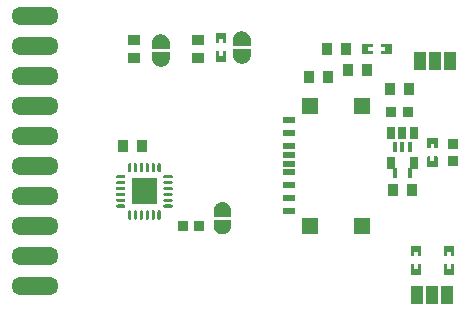
<source format=gbp>
G04 Layer: BottomPasteMaskLayer*
G04 EasyEDA v6.5.47, 2024-10-09 00:53:15*
G04 5ec392d24d9d47da98b20392d8b9c800,a18d025d90d848418757c69f2d6d6cc0,10*
G04 Gerber Generator version 0.2*
G04 Scale: 100 percent, Rotated: No, Reflected: No *
G04 Dimensions in millimeters *
G04 leading zeros omitted , absolute positions ,4 integer and 5 decimal *
%FSLAX45Y45*%
%MOMM*%

%AMMACRO1*21,1,$1,$2,0,0,$3*%
%ADD10MACRO1,1X1.5X0.0000*%
%ADD11MACRO1,0.8128X1.0922X0.0000*%
%ADD12MACRO1,0.8128X1.0922X90.0000*%
%ADD13MACRO1,0.8128X1.0922X-90.0000*%
%ADD14MACRO1,0.8X0.9X0.0000*%
%ADD15MACRO1,0.8X0.9X90.0000*%
%ADD16MACRO1,1.1X0.6X90.0000*%
%ADD17MACRO1,0.4X0.9X0.0000*%
%ADD18MACRO1,0.5X1X90.0000*%
%ADD19MACRO1,1.3X1.4X90.0000*%
%ADD20O,3.9999919999999998X1.499997*%
%ADD21O,0.011X1.499997*%

%LPD*%
G36*
X1776120Y-732993D02*
G01*
X1771091Y-738022D01*
X1771091Y-817981D01*
X1776120Y-823010D01*
X1856079Y-823010D01*
X1861108Y-817981D01*
X1861108Y-738022D01*
X1856079Y-732993D01*
X1831898Y-732993D01*
X1831898Y-770026D01*
X1798878Y-770026D01*
X1798878Y-732993D01*
G37*
G36*
X1776120Y-573989D02*
G01*
X1771091Y-579018D01*
X1771091Y-658977D01*
X1776120Y-664006D01*
X1800301Y-664006D01*
X1800301Y-626973D01*
X1833321Y-626973D01*
X1833321Y-664006D01*
X1856079Y-664006D01*
X1861108Y-658977D01*
X1861108Y-579018D01*
X1856079Y-573989D01*
G37*
G36*
X3176422Y-666191D02*
G01*
X3171393Y-671220D01*
X3171393Y-695401D01*
X3208375Y-695401D01*
X3208375Y-728421D01*
X3171393Y-728421D01*
X3171393Y-751179D01*
X3176422Y-756208D01*
X3256381Y-756208D01*
X3261410Y-751179D01*
X3261410Y-671220D01*
X3256381Y-666191D01*
G37*
G36*
X3017418Y-666191D02*
G01*
X3012389Y-671220D01*
X3012389Y-751179D01*
X3017418Y-756208D01*
X3097377Y-756208D01*
X3102406Y-751179D01*
X3102406Y-726998D01*
X3065424Y-726998D01*
X3065424Y-693978D01*
X3102406Y-693978D01*
X3102406Y-671220D01*
X3097377Y-666191D01*
G37*
G36*
X3566820Y-1462989D02*
G01*
X3561791Y-1468018D01*
X3561791Y-1547977D01*
X3566820Y-1553006D01*
X3591001Y-1553006D01*
X3591001Y-1515973D01*
X3624021Y-1515973D01*
X3624021Y-1553006D01*
X3646779Y-1553006D01*
X3651808Y-1547977D01*
X3651808Y-1468018D01*
X3646779Y-1462989D01*
G37*
G36*
X3566820Y-1621993D02*
G01*
X3561791Y-1627022D01*
X3561791Y-1706981D01*
X3566820Y-1712010D01*
X3646779Y-1712010D01*
X3651808Y-1706981D01*
X3651808Y-1627022D01*
X3646779Y-1621993D01*
X3622598Y-1621993D01*
X3622598Y-1659026D01*
X3589578Y-1659026D01*
X3589578Y-1621993D01*
G37*
G36*
X3706520Y-2536393D02*
G01*
X3701491Y-2541422D01*
X3701491Y-2621381D01*
X3706520Y-2626410D01*
X3786479Y-2626410D01*
X3791508Y-2621381D01*
X3791508Y-2541422D01*
X3786479Y-2536393D01*
X3762298Y-2536393D01*
X3762298Y-2573426D01*
X3729278Y-2573426D01*
X3729278Y-2536393D01*
G37*
G36*
X3706520Y-2377389D02*
G01*
X3701491Y-2382418D01*
X3701491Y-2462377D01*
X3706520Y-2467406D01*
X3730701Y-2467406D01*
X3730701Y-2430373D01*
X3763721Y-2430373D01*
X3763721Y-2467406D01*
X3786479Y-2467406D01*
X3791508Y-2462377D01*
X3791508Y-2382418D01*
X3786479Y-2377389D01*
G37*
G36*
X3427120Y-2536393D02*
G01*
X3422091Y-2541422D01*
X3422091Y-2621381D01*
X3427120Y-2626410D01*
X3507079Y-2626410D01*
X3512108Y-2621381D01*
X3512108Y-2541422D01*
X3507079Y-2536393D01*
X3482898Y-2536393D01*
X3482898Y-2573426D01*
X3449878Y-2573426D01*
X3449878Y-2536393D01*
G37*
G36*
X3427120Y-2377389D02*
G01*
X3422091Y-2382418D01*
X3422091Y-2462377D01*
X3427120Y-2467406D01*
X3451301Y-2467406D01*
X3451301Y-2430373D01*
X3484321Y-2430373D01*
X3484321Y-2467406D01*
X3507079Y-2467406D01*
X3512108Y-2462377D01*
X3512108Y-2382418D01*
X3507079Y-2377389D01*
G37*
G36*
X1043381Y-2077720D02*
G01*
X1040079Y-2078126D01*
X1036878Y-2079294D01*
X1034135Y-2081225D01*
X1032916Y-2082393D01*
X1030986Y-2085187D01*
X1029817Y-2088337D01*
X1029411Y-2091689D01*
X1029512Y-2145385D01*
X1030325Y-2148687D01*
X1030986Y-2150211D01*
X1032916Y-2153005D01*
X1035456Y-2155240D01*
X1038453Y-2156764D01*
X1041704Y-2157577D01*
X1045108Y-2157577D01*
X1048359Y-2156764D01*
X1051356Y-2155240D01*
X1053896Y-2153005D01*
X1055827Y-2150211D01*
X1056995Y-2147062D01*
X1057402Y-2143709D01*
X1057300Y-2090013D01*
X1056487Y-2086711D01*
X1055827Y-2085187D01*
X1053896Y-2082393D01*
X1051356Y-2080158D01*
X1048359Y-2078634D01*
X1045108Y-2077821D01*
G37*
G36*
X1093419Y-2077720D02*
G01*
X1090066Y-2078126D01*
X1086866Y-2079294D01*
X1084122Y-2081225D01*
X1082903Y-2082393D01*
X1080973Y-2085187D01*
X1079804Y-2088337D01*
X1079398Y-2091689D01*
X1079500Y-2145385D01*
X1080312Y-2148687D01*
X1080973Y-2150211D01*
X1082903Y-2153005D01*
X1085443Y-2155240D01*
X1088440Y-2156764D01*
X1091692Y-2157577D01*
X1095095Y-2157577D01*
X1098346Y-2156764D01*
X1101344Y-2155240D01*
X1103884Y-2153005D01*
X1105814Y-2150211D01*
X1106982Y-2147062D01*
X1107389Y-2143709D01*
X1107287Y-2090013D01*
X1106474Y-2086711D01*
X1105814Y-2085187D01*
X1103884Y-2082393D01*
X1101344Y-2080158D01*
X1098346Y-2078634D01*
X1095095Y-2077821D01*
G37*
G36*
X1143406Y-2077720D02*
G01*
X1140053Y-2078126D01*
X1136904Y-2079294D01*
X1134110Y-2081225D01*
X1131874Y-2083765D01*
X1130300Y-2086711D01*
X1129487Y-2090013D01*
X1129385Y-2143709D01*
X1129792Y-2147062D01*
X1131011Y-2150211D01*
X1132941Y-2153005D01*
X1135430Y-2155240D01*
X1138428Y-2156764D01*
X1141730Y-2157577D01*
X1145082Y-2157577D01*
X1148384Y-2156764D01*
X1151382Y-2155240D01*
X1153871Y-2153005D01*
X1155801Y-2150211D01*
X1157020Y-2147062D01*
X1157427Y-2143709D01*
X1157325Y-2090013D01*
X1156512Y-2086711D01*
X1154938Y-2083765D01*
X1152702Y-2081225D01*
X1149908Y-2079294D01*
X1146759Y-2078126D01*
G37*
G36*
X1193393Y-2077720D02*
G01*
X1190040Y-2078126D01*
X1186891Y-2079294D01*
X1184097Y-2081225D01*
X1181862Y-2083765D01*
X1180287Y-2086711D01*
X1179474Y-2090013D01*
X1179372Y-2143709D01*
X1179779Y-2147062D01*
X1180998Y-2150211D01*
X1182928Y-2153005D01*
X1185418Y-2155240D01*
X1188415Y-2156764D01*
X1191717Y-2157577D01*
X1195070Y-2157577D01*
X1198372Y-2156764D01*
X1201369Y-2155240D01*
X1203858Y-2153005D01*
X1205788Y-2150211D01*
X1207008Y-2147062D01*
X1207414Y-2143709D01*
X1207312Y-2090013D01*
X1206500Y-2086711D01*
X1204925Y-2083765D01*
X1202690Y-2081225D01*
X1199896Y-2079294D01*
X1196746Y-2078126D01*
G37*
G36*
X1243380Y-2077720D02*
G01*
X1240078Y-2078126D01*
X1236878Y-2079294D01*
X1234135Y-2081225D01*
X1232916Y-2082393D01*
X1230985Y-2085187D01*
X1229817Y-2088337D01*
X1229410Y-2091689D01*
X1229512Y-2145385D01*
X1230325Y-2148687D01*
X1230985Y-2150211D01*
X1232916Y-2153005D01*
X1235456Y-2155240D01*
X1238453Y-2156764D01*
X1241704Y-2157577D01*
X1245108Y-2157577D01*
X1248359Y-2156764D01*
X1251356Y-2155240D01*
X1253896Y-2153005D01*
X1255826Y-2150211D01*
X1256995Y-2147062D01*
X1257401Y-2143709D01*
X1257300Y-2090013D01*
X1256487Y-2086711D01*
X1255826Y-2085187D01*
X1253896Y-2082393D01*
X1251356Y-2080158D01*
X1248359Y-2078634D01*
X1245108Y-2077821D01*
G37*
G36*
X1293418Y-2077720D02*
G01*
X1290066Y-2078126D01*
X1286865Y-2079294D01*
X1284122Y-2081225D01*
X1282903Y-2082393D01*
X1280972Y-2085187D01*
X1279804Y-2088337D01*
X1279398Y-2091689D01*
X1279499Y-2145385D01*
X1280312Y-2148687D01*
X1280972Y-2150211D01*
X1282903Y-2153005D01*
X1285443Y-2155240D01*
X1288440Y-2156764D01*
X1291691Y-2157577D01*
X1295095Y-2157577D01*
X1298346Y-2156764D01*
X1301343Y-2155240D01*
X1303883Y-2153005D01*
X1305814Y-2150211D01*
X1306982Y-2147062D01*
X1307388Y-2143709D01*
X1307287Y-2090013D01*
X1306474Y-2086711D01*
X1305814Y-2085187D01*
X1303883Y-2082393D01*
X1301343Y-2080158D01*
X1298346Y-2078634D01*
X1295095Y-2077821D01*
G37*
G36*
X1342390Y-2027885D02*
G01*
X1339037Y-2028291D01*
X1335887Y-2029510D01*
X1333093Y-2031441D01*
X1330858Y-2033930D01*
X1329334Y-2036927D01*
X1328521Y-2040229D01*
X1328521Y-2043582D01*
X1329334Y-2046884D01*
X1330858Y-2049881D01*
X1333093Y-2052370D01*
X1335887Y-2054301D01*
X1339037Y-2055520D01*
X1342390Y-2055926D01*
X1396085Y-2055825D01*
X1399387Y-2055012D01*
X1402334Y-2053437D01*
X1404874Y-2051202D01*
X1406804Y-2048408D01*
X1407972Y-2045258D01*
X1408379Y-2041906D01*
X1407972Y-2038553D01*
X1406804Y-2035403D01*
X1404874Y-2032609D01*
X1402334Y-2030374D01*
X1399387Y-2028799D01*
X1396085Y-2027986D01*
G37*
G36*
X1342390Y-1978710D02*
G01*
X1339037Y-1979117D01*
X1335887Y-1980285D01*
X1333093Y-1982216D01*
X1330858Y-1984756D01*
X1329334Y-1987753D01*
X1328521Y-1991004D01*
X1328521Y-1994407D01*
X1329334Y-1997659D01*
X1330858Y-2000656D01*
X1333093Y-2003196D01*
X1335887Y-2005126D01*
X1339037Y-2006295D01*
X1342390Y-2006701D01*
X1396085Y-2006600D01*
X1399387Y-2005787D01*
X1400911Y-2005126D01*
X1403705Y-2003196D01*
X1405940Y-2000656D01*
X1407464Y-1997659D01*
X1408277Y-1994407D01*
X1408277Y-1991004D01*
X1407464Y-1987753D01*
X1405940Y-1984756D01*
X1403705Y-1982216D01*
X1400911Y-1980285D01*
X1397762Y-1979117D01*
X1394409Y-1978710D01*
G37*
G36*
X1342390Y-1928672D02*
G01*
X1339037Y-1929079D01*
X1335887Y-1930298D01*
X1333093Y-1932228D01*
X1330858Y-1934718D01*
X1329334Y-1937715D01*
X1328521Y-1941017D01*
X1328521Y-1944370D01*
X1329334Y-1947672D01*
X1330858Y-1950669D01*
X1333093Y-1953158D01*
X1335887Y-1955088D01*
X1339037Y-1956307D01*
X1342390Y-1956714D01*
X1396085Y-1956612D01*
X1399387Y-1955800D01*
X1402334Y-1954225D01*
X1404874Y-1951989D01*
X1406804Y-1949196D01*
X1407972Y-1946046D01*
X1408379Y-1942693D01*
X1407972Y-1939340D01*
X1406804Y-1936191D01*
X1404874Y-1933397D01*
X1402334Y-1931162D01*
X1399387Y-1929587D01*
X1396085Y-1928774D01*
G37*
G36*
X1342390Y-1878685D02*
G01*
X1339037Y-1879092D01*
X1335887Y-1880311D01*
X1333093Y-1882241D01*
X1330858Y-1884730D01*
X1329334Y-1887728D01*
X1328521Y-1891030D01*
X1328521Y-1894382D01*
X1329334Y-1897684D01*
X1330858Y-1900682D01*
X1333093Y-1903171D01*
X1335887Y-1905101D01*
X1339037Y-1906320D01*
X1342390Y-1906727D01*
X1396085Y-1906625D01*
X1399387Y-1905812D01*
X1402334Y-1904238D01*
X1404874Y-1902002D01*
X1406804Y-1899208D01*
X1407972Y-1896059D01*
X1408379Y-1892706D01*
X1407972Y-1889353D01*
X1406804Y-1886204D01*
X1404874Y-1883410D01*
X1402334Y-1881174D01*
X1399387Y-1879600D01*
X1396085Y-1878787D01*
G37*
G36*
X1342390Y-1828698D02*
G01*
X1339037Y-1829104D01*
X1335887Y-1830273D01*
X1333093Y-1832203D01*
X1330858Y-1834743D01*
X1329334Y-1837740D01*
X1328521Y-1840992D01*
X1328521Y-1844395D01*
X1329334Y-1847646D01*
X1330858Y-1850643D01*
X1333093Y-1853184D01*
X1335887Y-1855114D01*
X1339037Y-1856282D01*
X1342390Y-1856689D01*
X1396085Y-1856587D01*
X1399387Y-1855774D01*
X1400911Y-1855114D01*
X1403705Y-1853184D01*
X1405940Y-1850643D01*
X1407464Y-1847646D01*
X1408277Y-1844395D01*
X1408277Y-1840992D01*
X1407464Y-1837740D01*
X1405940Y-1834743D01*
X1403705Y-1832203D01*
X1400911Y-1830273D01*
X1397762Y-1829104D01*
X1394409Y-1828698D01*
G37*
G36*
X1342390Y-1778711D02*
G01*
X1339037Y-1779117D01*
X1335887Y-1780286D01*
X1333093Y-1782216D01*
X1330858Y-1784756D01*
X1329334Y-1787753D01*
X1328521Y-1791004D01*
X1328521Y-1794408D01*
X1329334Y-1797659D01*
X1330858Y-1800656D01*
X1333093Y-1803196D01*
X1335887Y-1805127D01*
X1339037Y-1806295D01*
X1342390Y-1806702D01*
X1396085Y-1806600D01*
X1399387Y-1805787D01*
X1400911Y-1805127D01*
X1403705Y-1803196D01*
X1405940Y-1800656D01*
X1407464Y-1797659D01*
X1408277Y-1794408D01*
X1408277Y-1791004D01*
X1407464Y-1787753D01*
X1405940Y-1784756D01*
X1403705Y-1782216D01*
X1400911Y-1780286D01*
X1397762Y-1779117D01*
X1394409Y-1778711D01*
G37*
G36*
X1293418Y-1677720D02*
G01*
X1290066Y-1678127D01*
X1286865Y-1679295D01*
X1284122Y-1681225D01*
X1282903Y-1682394D01*
X1280972Y-1685188D01*
X1279804Y-1688338D01*
X1279398Y-1691690D01*
X1279499Y-1745386D01*
X1280312Y-1748688D01*
X1280972Y-1750212D01*
X1282903Y-1753006D01*
X1285443Y-1755241D01*
X1288440Y-1756765D01*
X1291691Y-1757578D01*
X1295095Y-1757578D01*
X1298346Y-1756765D01*
X1301343Y-1755241D01*
X1303883Y-1753006D01*
X1305814Y-1750212D01*
X1306982Y-1747062D01*
X1307388Y-1743710D01*
X1307287Y-1690014D01*
X1306474Y-1686712D01*
X1305814Y-1685188D01*
X1303883Y-1682394D01*
X1301343Y-1680159D01*
X1298346Y-1678635D01*
X1295095Y-1677822D01*
G37*
G36*
X1243380Y-1677720D02*
G01*
X1240078Y-1678127D01*
X1236878Y-1679295D01*
X1234135Y-1681225D01*
X1232916Y-1682394D01*
X1230985Y-1685188D01*
X1229817Y-1688338D01*
X1229410Y-1691690D01*
X1229512Y-1745386D01*
X1230325Y-1748688D01*
X1230985Y-1750212D01*
X1232916Y-1753006D01*
X1235456Y-1755241D01*
X1238453Y-1756765D01*
X1241704Y-1757578D01*
X1245108Y-1757578D01*
X1248359Y-1756765D01*
X1251356Y-1755241D01*
X1253896Y-1753006D01*
X1255826Y-1750212D01*
X1256995Y-1747062D01*
X1257401Y-1743710D01*
X1257300Y-1690014D01*
X1256487Y-1686712D01*
X1255826Y-1685188D01*
X1253896Y-1682394D01*
X1251356Y-1680159D01*
X1248359Y-1678635D01*
X1245108Y-1677822D01*
G37*
G36*
X1193393Y-1677720D02*
G01*
X1190040Y-1678127D01*
X1186891Y-1679295D01*
X1184097Y-1681225D01*
X1181862Y-1683766D01*
X1180287Y-1686712D01*
X1179474Y-1690014D01*
X1179372Y-1743710D01*
X1179779Y-1747062D01*
X1180998Y-1750212D01*
X1182928Y-1753006D01*
X1185418Y-1755241D01*
X1188415Y-1756765D01*
X1191717Y-1757578D01*
X1195070Y-1757578D01*
X1198372Y-1756765D01*
X1201369Y-1755241D01*
X1203858Y-1753006D01*
X1205788Y-1750212D01*
X1207008Y-1747062D01*
X1207414Y-1743710D01*
X1207312Y-1690014D01*
X1206500Y-1686712D01*
X1204925Y-1683766D01*
X1202690Y-1681225D01*
X1199896Y-1679295D01*
X1196746Y-1678127D01*
G37*
G36*
X1143406Y-1677720D02*
G01*
X1140053Y-1678127D01*
X1136904Y-1679295D01*
X1134110Y-1681225D01*
X1131874Y-1683766D01*
X1130300Y-1686712D01*
X1129487Y-1690014D01*
X1129385Y-1743710D01*
X1129792Y-1747062D01*
X1131011Y-1750212D01*
X1132941Y-1753006D01*
X1135430Y-1755241D01*
X1138428Y-1756765D01*
X1141730Y-1757578D01*
X1145082Y-1757578D01*
X1148384Y-1756765D01*
X1151382Y-1755241D01*
X1153871Y-1753006D01*
X1155801Y-1750212D01*
X1157020Y-1747062D01*
X1157427Y-1743710D01*
X1157325Y-1690014D01*
X1156512Y-1686712D01*
X1154938Y-1683766D01*
X1152702Y-1681225D01*
X1149908Y-1679295D01*
X1146759Y-1678127D01*
G37*
G36*
X1093419Y-1677720D02*
G01*
X1090066Y-1678127D01*
X1086866Y-1679295D01*
X1084122Y-1681225D01*
X1082903Y-1682394D01*
X1080973Y-1685188D01*
X1079804Y-1688338D01*
X1079398Y-1691690D01*
X1079500Y-1745386D01*
X1080312Y-1748688D01*
X1080973Y-1750212D01*
X1082903Y-1753006D01*
X1085443Y-1755241D01*
X1088440Y-1756765D01*
X1091692Y-1757578D01*
X1095095Y-1757578D01*
X1098346Y-1756765D01*
X1101344Y-1755241D01*
X1103884Y-1753006D01*
X1105814Y-1750212D01*
X1106982Y-1747062D01*
X1107389Y-1743710D01*
X1107287Y-1690014D01*
X1106474Y-1686712D01*
X1105814Y-1685188D01*
X1103884Y-1682394D01*
X1101344Y-1680159D01*
X1098346Y-1678635D01*
X1095095Y-1677822D01*
G37*
G36*
X1043381Y-1677720D02*
G01*
X1040079Y-1678127D01*
X1036878Y-1679295D01*
X1034135Y-1681225D01*
X1032916Y-1682394D01*
X1030986Y-1685188D01*
X1029817Y-1688338D01*
X1029411Y-1691690D01*
X1029512Y-1745386D01*
X1030325Y-1748688D01*
X1030986Y-1750212D01*
X1032916Y-1753006D01*
X1035456Y-1755241D01*
X1038453Y-1756765D01*
X1041704Y-1757578D01*
X1045108Y-1757578D01*
X1048359Y-1756765D01*
X1051356Y-1755241D01*
X1053896Y-1753006D01*
X1055827Y-1750212D01*
X1056995Y-1747062D01*
X1057402Y-1743710D01*
X1057300Y-1690014D01*
X1056487Y-1686712D01*
X1055827Y-1685188D01*
X1053896Y-1682394D01*
X1051356Y-1680159D01*
X1048359Y-1678635D01*
X1045108Y-1677822D01*
G37*
G36*
X942390Y-1778711D02*
G01*
X939037Y-1779117D01*
X935888Y-1780286D01*
X933094Y-1782216D01*
X930859Y-1784756D01*
X929335Y-1787753D01*
X928522Y-1791004D01*
X928522Y-1794408D01*
X929335Y-1797659D01*
X930859Y-1800656D01*
X933094Y-1803196D01*
X935888Y-1805127D01*
X939037Y-1806295D01*
X942390Y-1806702D01*
X996086Y-1806600D01*
X999388Y-1805787D01*
X1000912Y-1805127D01*
X1003706Y-1803196D01*
X1005941Y-1800656D01*
X1007465Y-1797659D01*
X1008278Y-1794408D01*
X1008278Y-1791004D01*
X1007465Y-1787753D01*
X1005941Y-1784756D01*
X1003706Y-1782216D01*
X1000912Y-1780286D01*
X997762Y-1779117D01*
X994410Y-1778711D01*
G37*
G36*
X942390Y-1828698D02*
G01*
X939037Y-1829104D01*
X935888Y-1830273D01*
X933094Y-1832203D01*
X930859Y-1834743D01*
X929335Y-1837740D01*
X928522Y-1840992D01*
X928522Y-1844395D01*
X929335Y-1847646D01*
X930859Y-1850643D01*
X933094Y-1853184D01*
X935888Y-1855114D01*
X939037Y-1856282D01*
X942390Y-1856689D01*
X996086Y-1856587D01*
X999388Y-1855774D01*
X1000912Y-1855114D01*
X1003706Y-1853184D01*
X1005941Y-1850643D01*
X1007465Y-1847646D01*
X1008278Y-1844395D01*
X1008278Y-1840992D01*
X1007465Y-1837740D01*
X1005941Y-1834743D01*
X1003706Y-1832203D01*
X1000912Y-1830273D01*
X997762Y-1829104D01*
X994410Y-1828698D01*
G37*
G36*
X942390Y-1878685D02*
G01*
X939037Y-1879092D01*
X935888Y-1880311D01*
X933094Y-1882241D01*
X930859Y-1884730D01*
X929335Y-1887728D01*
X928522Y-1891030D01*
X928522Y-1894382D01*
X929335Y-1897684D01*
X930859Y-1900682D01*
X933094Y-1903171D01*
X935888Y-1905101D01*
X939037Y-1906320D01*
X942390Y-1906727D01*
X996086Y-1906625D01*
X999388Y-1905812D01*
X1002334Y-1904238D01*
X1004874Y-1902002D01*
X1006805Y-1899208D01*
X1007973Y-1896059D01*
X1008380Y-1892706D01*
X1007973Y-1889353D01*
X1006805Y-1886204D01*
X1004874Y-1883410D01*
X1002334Y-1881174D01*
X999388Y-1879600D01*
X996086Y-1878787D01*
G37*
G36*
X942390Y-1928672D02*
G01*
X939037Y-1929079D01*
X935888Y-1930298D01*
X933094Y-1932228D01*
X930859Y-1934718D01*
X929335Y-1937715D01*
X928522Y-1941017D01*
X928522Y-1944370D01*
X929335Y-1947672D01*
X930859Y-1950669D01*
X933094Y-1953158D01*
X935888Y-1955088D01*
X939037Y-1956307D01*
X942390Y-1956714D01*
X996086Y-1956612D01*
X999388Y-1955800D01*
X1002334Y-1954225D01*
X1004874Y-1951989D01*
X1006805Y-1949196D01*
X1007973Y-1946046D01*
X1008380Y-1942693D01*
X1007973Y-1939340D01*
X1006805Y-1936191D01*
X1004874Y-1933397D01*
X1002334Y-1931162D01*
X999388Y-1929587D01*
X996086Y-1928774D01*
G37*
G36*
X942390Y-1978710D02*
G01*
X939037Y-1979117D01*
X935888Y-1980285D01*
X933094Y-1982216D01*
X930859Y-1984756D01*
X929335Y-1987753D01*
X928522Y-1991004D01*
X928522Y-1994407D01*
X929335Y-1997659D01*
X930859Y-2000656D01*
X933094Y-2003196D01*
X935888Y-2005126D01*
X939037Y-2006295D01*
X942390Y-2006701D01*
X996086Y-2006600D01*
X999388Y-2005787D01*
X1000912Y-2005126D01*
X1003706Y-2003196D01*
X1005941Y-2000656D01*
X1007465Y-1997659D01*
X1008278Y-1994407D01*
X1008278Y-1991004D01*
X1007465Y-1987753D01*
X1005941Y-1984756D01*
X1003706Y-1982216D01*
X1000912Y-1980285D01*
X997762Y-1979117D01*
X994410Y-1978710D01*
G37*
G36*
X942390Y-2028698D02*
G01*
X939037Y-2029104D01*
X935888Y-2030272D01*
X933094Y-2032203D01*
X930859Y-2034743D01*
X929335Y-2037740D01*
X928522Y-2040991D01*
X928522Y-2044395D01*
X929335Y-2047646D01*
X930859Y-2050643D01*
X933094Y-2053183D01*
X935888Y-2055114D01*
X939037Y-2056282D01*
X942390Y-2056688D01*
X996086Y-2056587D01*
X999388Y-2055774D01*
X1000912Y-2055114D01*
X1003706Y-2053183D01*
X1005941Y-2050643D01*
X1007465Y-2047646D01*
X1008278Y-2044395D01*
X1008278Y-2040991D01*
X1007465Y-2037740D01*
X1005941Y-2034743D01*
X1003706Y-2032203D01*
X1000912Y-2030272D01*
X997762Y-2029104D01*
X994410Y-2028698D01*
G37*
G36*
X1060399Y-1808480D02*
G01*
X1060399Y-2024430D01*
X1276400Y-2024430D01*
X1276400Y-1808480D01*
G37*
G36*
X1753796Y-2157813D02*
G01*
X1753796Y-2207813D01*
X1753920Y-2211722D01*
X1754248Y-2215621D01*
X1754781Y-2219497D01*
X1755513Y-2223340D01*
X1756445Y-2227140D01*
X1757573Y-2230884D01*
X1758896Y-2234567D01*
X1760410Y-2238174D01*
X1762109Y-2241699D01*
X1763989Y-2245128D01*
X1766046Y-2248456D01*
X1768274Y-2251674D01*
X1770664Y-2254768D01*
X1773214Y-2257734D01*
X1775917Y-2260564D01*
X1778762Y-2263249D01*
X1781743Y-2265784D01*
X1784852Y-2268156D01*
X1788081Y-2270366D01*
X1791421Y-2272403D01*
X1794863Y-2274262D01*
X1798396Y-2275941D01*
X1802013Y-2277432D01*
X1805703Y-2278735D01*
X1809455Y-2279840D01*
X1813260Y-2280752D01*
X1817105Y-2281461D01*
X1820984Y-2281971D01*
X1824885Y-2282276D01*
X1828797Y-2282377D01*
X1832706Y-2282276D01*
X1836607Y-2281971D01*
X1840486Y-2281461D01*
X1844332Y-2280752D01*
X1848137Y-2279840D01*
X1851888Y-2278735D01*
X1855579Y-2277432D01*
X1859196Y-2275941D01*
X1862729Y-2274262D01*
X1866171Y-2272403D01*
X1869511Y-2270366D01*
X1872739Y-2268156D01*
X1875848Y-2265784D01*
X1878830Y-2263249D01*
X1881675Y-2260564D01*
X1884377Y-2257734D01*
X1886927Y-2254768D01*
X1889318Y-2251674D01*
X1891545Y-2248456D01*
X1893603Y-2245128D01*
X1895482Y-2241699D01*
X1897181Y-2238174D01*
X1898695Y-2234567D01*
X1900019Y-2230884D01*
X1901146Y-2227140D01*
X1902079Y-2223340D01*
X1902810Y-2219497D01*
X1903343Y-2215621D01*
X1903671Y-2211722D01*
X1903796Y-2207813D01*
X1903796Y-2157813D01*
G37*
G36*
X1903793Y-2132380D02*
G01*
X1903793Y-2082380D01*
X1903669Y-2078471D01*
X1903341Y-2074572D01*
X1902807Y-2070696D01*
X1902076Y-2066853D01*
X1901144Y-2063054D01*
X1900016Y-2059310D01*
X1898693Y-2055627D01*
X1897179Y-2052020D01*
X1895480Y-2048494D01*
X1893600Y-2045065D01*
X1891543Y-2041738D01*
X1889315Y-2038520D01*
X1886925Y-2035426D01*
X1884375Y-2032459D01*
X1881672Y-2029630D01*
X1878827Y-2026945D01*
X1875845Y-2024410D01*
X1872736Y-2022038D01*
X1869508Y-2019828D01*
X1866168Y-2017791D01*
X1862726Y-2015931D01*
X1859193Y-2014253D01*
X1855576Y-2012762D01*
X1851886Y-2011459D01*
X1848134Y-2010354D01*
X1844329Y-2009442D01*
X1840484Y-2008733D01*
X1836605Y-2008223D01*
X1832703Y-2007918D01*
X1828792Y-2007816D01*
X1824883Y-2007918D01*
X1820981Y-2008223D01*
X1817103Y-2008733D01*
X1813257Y-2009442D01*
X1809452Y-2010354D01*
X1805701Y-2011459D01*
X1802010Y-2012762D01*
X1798393Y-2014253D01*
X1794860Y-2015931D01*
X1791418Y-2017791D01*
X1788078Y-2019828D01*
X1784850Y-2022038D01*
X1781741Y-2024410D01*
X1778759Y-2026945D01*
X1775914Y-2029630D01*
X1773212Y-2032459D01*
X1770661Y-2035426D01*
X1768271Y-2038520D01*
X1766044Y-2041738D01*
X1763986Y-2045065D01*
X1762107Y-2048494D01*
X1760407Y-2052020D01*
X1758894Y-2055627D01*
X1757570Y-2059310D01*
X1756443Y-2063054D01*
X1755510Y-2066853D01*
X1754779Y-2070696D01*
X1754245Y-2074572D01*
X1753918Y-2078471D01*
X1753793Y-2082380D01*
X1753793Y-2132380D01*
G37*
G36*
X1383103Y-712386D02*
G01*
X1383103Y-662386D01*
X1382979Y-658477D01*
X1382651Y-654578D01*
X1382118Y-650702D01*
X1381386Y-646859D01*
X1380454Y-643059D01*
X1379326Y-639315D01*
X1378003Y-635632D01*
X1376489Y-632025D01*
X1374790Y-628500D01*
X1372910Y-625071D01*
X1370853Y-621743D01*
X1368625Y-618525D01*
X1366235Y-615431D01*
X1363685Y-612465D01*
X1360982Y-609635D01*
X1358137Y-606950D01*
X1355156Y-604415D01*
X1352047Y-602043D01*
X1348818Y-599833D01*
X1345478Y-597796D01*
X1342036Y-595937D01*
X1338503Y-594258D01*
X1334886Y-592767D01*
X1331196Y-591464D01*
X1327444Y-590359D01*
X1323639Y-589447D01*
X1319794Y-588738D01*
X1315915Y-588228D01*
X1312014Y-587923D01*
X1308102Y-587822D01*
X1304193Y-587923D01*
X1300292Y-588228D01*
X1296413Y-588738D01*
X1292567Y-589447D01*
X1288762Y-590359D01*
X1285011Y-591464D01*
X1281320Y-592767D01*
X1277703Y-594258D01*
X1274170Y-595937D01*
X1270728Y-597796D01*
X1267388Y-599833D01*
X1264160Y-602043D01*
X1261051Y-604415D01*
X1258069Y-606950D01*
X1255224Y-609635D01*
X1252522Y-612465D01*
X1249972Y-615431D01*
X1247581Y-618525D01*
X1245354Y-621743D01*
X1243296Y-625071D01*
X1241417Y-628500D01*
X1239718Y-632025D01*
X1238204Y-635632D01*
X1236880Y-639315D01*
X1235753Y-643059D01*
X1234820Y-646859D01*
X1234089Y-650702D01*
X1233556Y-654578D01*
X1233228Y-658477D01*
X1233103Y-662386D01*
X1233103Y-712386D01*
G37*
G36*
X1233106Y-737819D02*
G01*
X1233106Y-787819D01*
X1233230Y-791728D01*
X1233558Y-795627D01*
X1234092Y-799503D01*
X1234823Y-803346D01*
X1235755Y-807145D01*
X1236883Y-810889D01*
X1238206Y-814572D01*
X1239720Y-818179D01*
X1241419Y-821705D01*
X1243299Y-825134D01*
X1245356Y-828461D01*
X1247584Y-831679D01*
X1249974Y-834773D01*
X1252524Y-837740D01*
X1255227Y-840569D01*
X1258072Y-843254D01*
X1261054Y-845789D01*
X1264163Y-848161D01*
X1267391Y-850371D01*
X1270731Y-852408D01*
X1274173Y-854268D01*
X1277706Y-855946D01*
X1281323Y-857437D01*
X1285013Y-858740D01*
X1288765Y-859845D01*
X1292570Y-860757D01*
X1296415Y-861466D01*
X1300294Y-861976D01*
X1304196Y-862281D01*
X1308107Y-862383D01*
X1312016Y-862281D01*
X1315918Y-861976D01*
X1319796Y-861466D01*
X1323642Y-860757D01*
X1327447Y-859845D01*
X1331198Y-858740D01*
X1334889Y-857437D01*
X1338506Y-855946D01*
X1342039Y-854268D01*
X1345481Y-852408D01*
X1348821Y-850371D01*
X1352049Y-848161D01*
X1355158Y-845789D01*
X1358140Y-843254D01*
X1360985Y-840569D01*
X1363687Y-837740D01*
X1366238Y-834773D01*
X1368628Y-831679D01*
X1370855Y-828461D01*
X1372913Y-825134D01*
X1374792Y-821705D01*
X1376492Y-818179D01*
X1378005Y-814572D01*
X1379329Y-810889D01*
X1380456Y-807145D01*
X1381389Y-803346D01*
X1382120Y-799503D01*
X1382654Y-795627D01*
X1382981Y-791728D01*
X1383106Y-787819D01*
X1383106Y-737819D01*
G37*
G36*
X2068903Y-686986D02*
G01*
X2068903Y-636986D01*
X2068779Y-633077D01*
X2068451Y-629178D01*
X2067918Y-625302D01*
X2067186Y-621459D01*
X2066254Y-617659D01*
X2065126Y-613915D01*
X2063803Y-610232D01*
X2062289Y-606625D01*
X2060590Y-603100D01*
X2058710Y-599671D01*
X2056653Y-596343D01*
X2054425Y-593125D01*
X2052035Y-590031D01*
X2049485Y-587065D01*
X2046782Y-584235D01*
X2043938Y-581550D01*
X2040956Y-579015D01*
X2037847Y-576643D01*
X2034618Y-574433D01*
X2031278Y-572396D01*
X2027836Y-570537D01*
X2024303Y-568858D01*
X2020686Y-567367D01*
X2016996Y-566064D01*
X2013244Y-564959D01*
X2009439Y-564047D01*
X2005594Y-563338D01*
X2001715Y-562828D01*
X1997814Y-562523D01*
X1993902Y-562422D01*
X1989993Y-562523D01*
X1986092Y-562828D01*
X1982213Y-563338D01*
X1978367Y-564047D01*
X1974562Y-564959D01*
X1970811Y-566064D01*
X1967120Y-567367D01*
X1963503Y-568858D01*
X1959970Y-570537D01*
X1956528Y-572396D01*
X1953188Y-574433D01*
X1949960Y-576643D01*
X1946851Y-579015D01*
X1943869Y-581550D01*
X1941024Y-584235D01*
X1938322Y-587065D01*
X1935772Y-590031D01*
X1933381Y-593125D01*
X1931154Y-596343D01*
X1929096Y-599671D01*
X1927217Y-603100D01*
X1925518Y-606625D01*
X1924004Y-610232D01*
X1922680Y-613915D01*
X1921553Y-617659D01*
X1920620Y-621459D01*
X1919889Y-625302D01*
X1919356Y-629178D01*
X1919028Y-633077D01*
X1918903Y-636986D01*
X1918903Y-686986D01*
G37*
G36*
X1918906Y-712419D02*
G01*
X1918906Y-762419D01*
X1919030Y-766328D01*
X1919358Y-770227D01*
X1919892Y-774103D01*
X1920623Y-777946D01*
X1921555Y-781745D01*
X1922683Y-785489D01*
X1924006Y-789172D01*
X1925520Y-792779D01*
X1927219Y-796305D01*
X1929099Y-799734D01*
X1931156Y-803061D01*
X1933384Y-806279D01*
X1935774Y-809373D01*
X1938324Y-812340D01*
X1941027Y-815169D01*
X1943872Y-817854D01*
X1946854Y-820389D01*
X1949963Y-822761D01*
X1953191Y-824971D01*
X1956531Y-827008D01*
X1959973Y-828868D01*
X1963506Y-830546D01*
X1967123Y-832037D01*
X1970813Y-833340D01*
X1974565Y-834445D01*
X1978370Y-835357D01*
X1982215Y-836066D01*
X1986094Y-836576D01*
X1989996Y-836881D01*
X1993907Y-836983D01*
X1997816Y-836881D01*
X2001718Y-836576D01*
X2005596Y-836066D01*
X2009442Y-835357D01*
X2013247Y-834445D01*
X2016998Y-833340D01*
X2020689Y-832037D01*
X2024306Y-830546D01*
X2027839Y-828868D01*
X2031281Y-827008D01*
X2034621Y-824971D01*
X2037849Y-822761D01*
X2040958Y-820389D01*
X2043940Y-817854D01*
X2046785Y-815169D01*
X2049487Y-812340D01*
X2052038Y-809373D01*
X2054428Y-806279D01*
X2056655Y-803061D01*
X2058713Y-799734D01*
X2060592Y-796305D01*
X2062292Y-792779D01*
X2063805Y-789172D01*
X2065129Y-785489D01*
X2066256Y-781745D01*
X2067189Y-777946D01*
X2067920Y-774103D01*
X2068454Y-770227D01*
X2068781Y-766328D01*
X2068906Y-762419D01*
X2068906Y-712419D01*
G37*
D10*
G01*
X3632200Y-812800D03*
G01*
X3759200Y-812800D03*
G01*
X3505200Y-812800D03*
G01*
X3606800Y-2794000D03*
G01*
X3733800Y-2794000D03*
G01*
X3479800Y-2794000D03*
D11*
G01*
X2562860Y-952500D03*
G01*
X2720339Y-952500D03*
D12*
G01*
X1625600Y-789939D03*
G01*
X1625600Y-632460D03*
D13*
G01*
X1079500Y-632460D03*
G01*
X1079500Y-789939D03*
D11*
G01*
X2715260Y-711200D03*
G01*
X2872739Y-711200D03*
D14*
G01*
X3397399Y-1244600D03*
G01*
X3257400Y-1244600D03*
D15*
G01*
X3784600Y-1517500D03*
G01*
X3784600Y-1657499D03*
D11*
G01*
X3274060Y-1905000D03*
G01*
X3431539Y-1905000D03*
G01*
X3248660Y-1054100D03*
G01*
X3406139Y-1054100D03*
D16*
G01*
X3257804Y-1679411D03*
G01*
X3447795Y-1679411D03*
G01*
X3447795Y-1419388D03*
G01*
X3352800Y-1419388D03*
G01*
X3257804Y-1419388D03*
D17*
G01*
X3287796Y-1761001D03*
G01*
X3417793Y-1761001D03*
G01*
X3417793Y-1540998D03*
G01*
X3352794Y-1540998D03*
G01*
X3287796Y-1540998D03*
D11*
G01*
X2893060Y-889000D03*
G01*
X3050539Y-889000D03*
D18*
G01*
X2395857Y-1316798D03*
G01*
X2395857Y-1426805D03*
G01*
X2395857Y-1536787D03*
G01*
X2395857Y-1611793D03*
G01*
X2395857Y-1756802D03*
G01*
X2395857Y-1866784D03*
G01*
X2395857Y-1976791D03*
G01*
X2395857Y-2086799D03*
G01*
X2395857Y-1681796D03*
D19*
G01*
X2569362Y-2211793D03*
G01*
X3014345Y-2211793D03*
G01*
X3014345Y-1191806D03*
G01*
X2569362Y-1191806D03*
D11*
G01*
X988060Y-1536700D03*
G01*
X1145539Y-1536700D03*
D14*
G01*
X1632099Y-2209800D03*
G01*
X1492100Y-2209800D03*
D20*
G01*
X241300Y-2717800D03*
G01*
X241300Y-2463800D03*
G01*
X241300Y-2209800D03*
G01*
X241300Y-1955800D03*
G01*
X241300Y-1701800D03*
G01*
X241300Y-1447800D03*
G01*
X241300Y-1193800D03*
G01*
X241300Y-939800D03*
G01*
X241300Y-685800D03*
G01*
X241300Y-431800D03*
M02*

</source>
